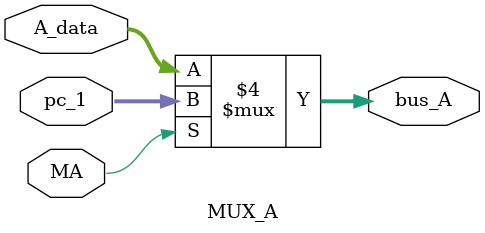
<source format=v>
`timescale 1ns / 1ps


module MUX_A(A_data,pc_1,bus_A,MA);
input [7:0] A_data;
input [7:0] pc_1;
input MA;
output reg [7:0] bus_A;
always@(MA)
begin
if(MA == 0)
begin
bus_A = A_data;
end
else
begin
bus_A = pc_1;
end
end
endmodule

    



</source>
